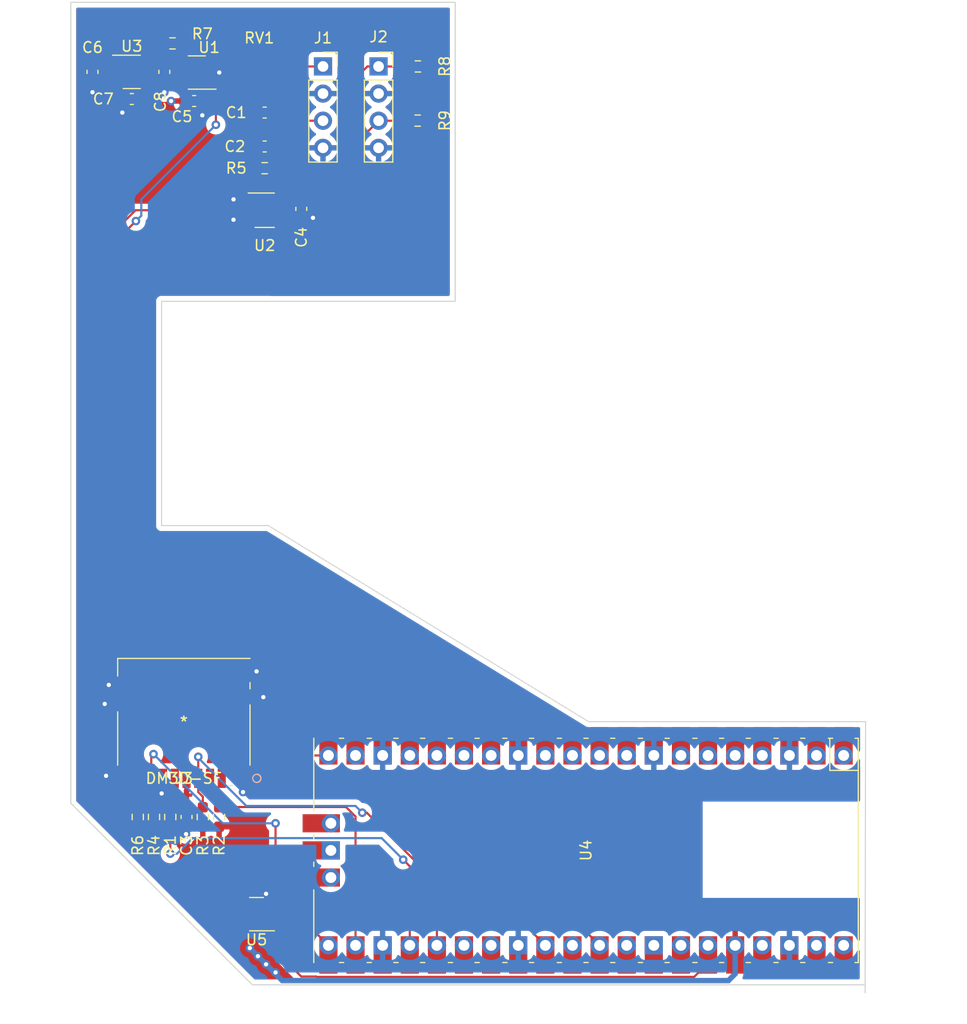
<source format=kicad_pcb>
(kicad_pcb (version 20211014) (generator pcbnew)
  (layers (0 "F.Cu" signal) (31 "B.Cu" signal) (34 "B.Paste" user) (35 "F.Paste" user) (36 "B.SilkS" user "B.Silkscreen") (37 "F.SilkS" user "F.Silkscreen") (38 "B.Mask" user) (39 "F.Mask" user) (44 "Edge.Cuts" user))
  (net 0 "")
  (net 1 "Net-(C1-Pad1)")
  (net 2 "/HANDSET_MIC_IN")
  (net 3 "Net-(C2-Pad1)")
  (net 4 "/HANDSET_SPEAKER_OUT")
  (net 5 "GND")
  (net 6 "+3V3")
  (net 7 "Net-(C7-Pad2)")
  (net 8 "+1V5")
  (net 9 "/HANG_UP")
  (net 10 "/DIAL")
  (net 12 "/SD_CSn")
  (net 13 "/SD_SDI")
  (net 14 "Net-(J3-Pad5)")
  (net 16 "/SD_SCK")
  (net 17 "Net-(R5-Pad2)")
  (net 18 "/HANDSET_ADC_IN")
  (net 19 "/HANDSET_PWM_OUT")
  (net 38 "/ADC_VREF")
  (net 41 "+5V")
  (net 45 "/SD_SDO")
  (footprint "MCU_RaspberryPi_and_Boards:RPi_Pico_SMD_TH" (layer "F.Cu") (at 95.758 137.414 -90)
    (fp_text reference "U4" (at 0 0 90) (layer "F.SilkS"))
    (fp_text value "Pico" hide)
    (pad "" np_thru_hole oval (at 2.425 -20.97 270) (size 1.5 1.5) (drill 1.5) (layers *.Cu *.Mask))
    (pad "" np_thru_hole oval (at -2.725 -24 270) (size 1.8 1.8) (drill 1.8) (layers *.Cu *.Mask))
    (pad "" np_thru_hole oval (at 2.725 -24 270) (size 1.8 1.8) (drill 1.8) (layers *.Cu *.Mask))
    (pad "" np_thru_hole oval (at -2.425 -20.97 270) (size 1.5 1.5) (drill 1.5) (layers *.Cu *.Mask))
    (pad "1" thru_hole oval (at -8.89 -24.13 270) (size 1.7 1.7) (drill 1.02) (layers *.Cu *.Mask))
    (pad "1" smd rect (at -8.89 -24.13 270) (size 3.5 1.7) (drill (offset -0.9 0)) (layers "F.Cu" "F.Mask"))
    (pad "2" thru_hole oval (at -8.89 -21.59 270) (size 1.7 1.7) (drill 1.02) (layers *.Cu *.Mask))
    (pad "2" smd rect (at -8.89 -21.59 270) (size 3.5 1.7) (drill (offset -0.9 0)) (layers "F.Cu" "F.Mask"))
    (pad "3" smd rect (at -8.89 -19.05 270) (size 3.5 1.7) (drill (offset -0.9 0)) (layers "F.Cu" "F.Mask") (net 5 "GND"))
    (pad "3" thru_hole rect (at -8.89 -19.05 270) (size 1.7 1.7) (drill 1.02) (layers *.Cu *.Mask) (net 5 "GND"))
    (pad "4" smd rect (at -8.89 -16.51 270) (size 3.5 1.7) (drill (offset -0.9 0)) (layers "F.Cu" "F.Mask"))
    (pad "4" thru_hole oval (at -8.89 -16.51 270) (size 1.7 1.7) (drill 1.02) (layers *.Cu *.Mask))
    (pad "5" thru_hole oval (at -8.89 -13.97 270) (size 1.7 1.7) (drill 1.02) (layers *.Cu *.Mask))
    (pad "5" smd rect (at -8.89 -13.97 270) (size 3.5 1.7) (drill (offset -0.9 0)) (layers "F.Cu" "F.Mask"))
    (pad "6" thru_hole oval (at -8.89 -11.43 270) (size 1.7 1.7) (drill 1.02) (layers *.Cu *.Mask))
    (pad "6" smd rect (at -8.89 -11.43 270) (size 3.5 1.7) (drill (offset -0.9 0)) (layers "F.Cu" "F.Mask"))
    (pad "7" smd rect (at -8.89 -8.89 270) (size 3.5 1.7) (drill (offset -0.9 0)) (layers "F.Cu" "F.Mask"))
    (pad "7" thru_hole oval (at -8.89 -8.89 270) (size 1.7 1.7) (drill 1.02) (layers *.Cu *.Mask))
    (pad "8" smd rect (at -8.89 -6.35 270) (size 3.5 1.7) (drill (offset -0.9 0)) (layers "F.Cu" "F.Mask") (net 5 "GND"))
    (pad "8" thru_hole rect (at -8.89 -6.35 270) (size 1.7 1.7) (drill 1.02) (layers *.Cu *.Mask) (net 5 "GND"))
    (pad "9" smd rect (at -8.89 -3.81 270) (size 3.5 1.7) (drill (offset -0.9 0)) (layers "F.Cu" "F.Mask"))
    (pad "9" thru_hole oval (at -8.89 -3.81 270) (size 1.7 1.7) (drill 1.02) (layers *.Cu *.Mask))
    (pad "10" smd rect (at -8.89 -1.27 270) (size 3.5 1.7) (drill (offset -0.9 0)) (layers "F.Cu" "F.Mask"))
    (pad "10" thru_hole oval (at -8.89 -1.27 270) (size 1.7 1.7) (drill 1.02) (layers *.Cu *.Mask))
    (pad "11" smd rect (at -8.89 1.27 270) (size 3.5 1.7) (drill (offset -0.9 0)) (layers "F.Cu" "F.Mask"))
    (pad "11" thru_hole oval (at -8.89 1.27 270) (size 1.7 1.7) (drill 1.02) (layers *.Cu *.Mask))
    (pad "12" thru_hole oval (at -8.89 3.81 270) (size 1.7 1.7) (drill 1.02) (layers *.Cu *.Mask))
    (pad "12" smd rect (at -8.89 3.81 270) (size 3.5 1.7) (drill (offset -0.9 0)) (layers "F.Cu" "F.Mask"))
    (pad "13" thru_hole rect (at -8.89 6.35 270) (size 1.7 1.7) (drill 1.02) (layers *.Cu *.Mask) (net 5 "GND"))
    (pad "13" smd rect (at -8.89 6.35 270) (size 3.5 1.7) (drill (offset -0.9 0)) (layers "F.Cu" "F.Mask") (net 5 "GND"))
    (pad "14" thru_hole oval (at -8.89 8.89 270) (size 1.7 1.7) (drill 1.02) (layers *.Cu *.Mask))
    (pad "14" smd rect (at -8.89 8.89 270) (size 3.5 1.7) (drill (offset -0.9 0)) (layers "F.Cu" "F.Mask"))
    (pad "15" smd rect (at -8.89 11.43 270) (size 3.5 1.7) (drill (offset -0.9 0)) (layers "F.Cu" "F.Mask"))
    (pad "15" thru_hole oval (at -8.89 11.43 270) (size 1.7 1.7) (drill 1.02) (layers *.Cu *.Mask))
    (pad "16" thru_hole oval (at -8.89 13.97 270) (size 1.7 1.7) (drill 1.02) (layers *.Cu *.Mask))
    (pad "16" smd rect (at -8.89 13.97 270) (size 3.5 1.7) (drill (offset -0.9 0)) (layers "F.Cu" "F.Mask"))
    (pad "17" thru_hole oval (at -8.89 16.51 270) (size 1.7 1.7) (drill 1.02) (layers *.Cu *.Mask))
    (pad "17" smd rect (at -8.89 16.51 270) (size 3.5 1.7) (drill (offset -0.9 0)) (layers "F.Cu" "F.Mask"))
    (pad "18" smd rect (at -8.89 19.05 270) (size 3.5 1.7) (drill (offset -0.9 0)) (layers "F.Cu" "F.Mask") (net 5 "GND"))
    (pad "18" thru_hole rect (at -8.89 19.05 270) (size 1.7 1.7) (drill 1.02) (layers *.Cu *.Mask) (net 5 "GND"))
    (pad "19" thru_hole oval (at -8.89 21.59 270) (size 1.7 1.7) (drill 1.02) (layers *.Cu *.Mask) (net 10 "/DIAL"))
    (pad "19" smd rect (at -8.89 21.59 270) (size 3.5 1.7) (drill (offset -0.9 0)) (layers "F.Cu" "F.Mask") (net 10 "/DIAL"))
    (pad "20" smd rect (at -8.89 24.13 270) (size 3.5 1.7) (drill (offset -0.9 0)) (layers "F.Cu" "F.Mask") (net 9 "/HANG_UP"))
    (pad "20" thru_hole oval (at -8.89 24.13 270) (size 1.7 1.7) (drill 1.02) (layers *.Cu *.Mask) (net 9 "/HANG_UP"))
    (pad "21" thru_hole oval (at 8.89 24.13 270) (size 1.7 1.7) (drill 1.02) (layers *.Cu *.Mask) (net 45 "/SD_SDO"))
    (pad "21" smd rect (at 8.89 24.13 270) (size 3.5 1.7) (drill (offset 0.9 0)) (layers "F.Cu" "F.Mask") (net 45 "/SD_SDO"))
    (pad "22" smd rect (at 8.89 21.59 270) (size 3.5 1.7) (drill (offset 0.9 0)) (layers "F.Cu" "F.Mask") (net 12 "/SD_CSn"))
    (pad "22" thru_hole oval (at 8.89 21.59 270) (size 1.7 1.7) (drill 1.02) (layers *.Cu *.Mask) (net 12 "/SD_CSn"))
    (pad "23" smd rect (at 8.89 19.05 270) (size 3.5 1.7) (drill (offset 0.9 0)) (layers "F.Cu" "F.Mask") (net 5 "GND"))
    (pad "23" thru_hole rect (at 8.89 19.05 270) (size 1.7 1.7) (drill 1.02) (layers *.Cu *.Mask) (net 5 "GND"))
    (pad "24" thru_hole oval (at 8.89 16.51 270) (size 1.7 1.7) (drill 1.02) (layers *.Cu *.Mask) (net 16 "/SD_SCK"))
    (pad "24" smd rect (at 8.89 16.51 270) (size 3.5 1.7) (drill (offset 0.9 0)) (layers "F.Cu" "F.Mask") (net 16 "/SD_SCK"))
    (pad "25" thru_hole oval (at 8.89 13.97 270) (size 1.7 1.7) (drill 1.02) (layers *.Cu *.Mask) (net 13 "/SD_SDI"))
    (pad "25" smd rect (at 8.89 13.97 270) (size 3.5 1.7) (drill (offset 0.9 0)) (layers "F.Cu" "F.Mask") (net 13 "/SD_SDI"))
    (pad "26" smd rect (at 8.89 11.43 270) (size 3.5 1.7) (drill (offset 0.9 0)) (layers "F.Cu" "F.Mask"))
    (pad "26" thru_hole oval (at 8.89 11.43 270) (size 1.7 1.7) (drill 1.02) (layers *.Cu *.Mask))
    (pad "27" thru_hole oval (at 8.89 8.89 270) (size 1.7 1.7) (drill 1.02) (layers *.Cu *.Mask))
    (pad "27" smd rect (at 8.89 8.89 270) (size 3.5 1.7) (drill (offset 0.9 0)) (layers "F.Cu" "F.Mask"))
    (pad "28" thru_hole rect (at 8.89 6.35 270) (size 1.7 1.7) (drill 1.02) (layers *.Cu *.Mask) (net 5 "GND"))
    (pad "28" smd rect (at 8.89 6.35 270) (size 3.5 1.7) (drill (offset 0.9 0)) (layers "F.Cu" "F.Mask") (net 5 "GND"))
    (pad "29" smd rect (at 8.89 3.81 270) (size 3.5 1.7) (drill (offset 0.9 0)) (layers "F.Cu" "F.Mask") (net 19 "/HANDSET_PWM_OUT"))
    (pad "29" thru_hole oval (at 8.89 3.81 270) (size 1.7 1.7) (drill 1.02) (layers *.Cu *.Mask) (net 19 "/HANDSET_PWM_OUT"))
    (pad "30" thru_hole oval (at 8.89 1.27 270) (size 1.7 1.7) (drill 1.02) (layers *.Cu *.Mask))
    (pad "30" smd rect (at 8.89 1.27 270) (size 3.5 1.7) (drill (offset 0.9 0)) (layers "F.Cu" "F.Mask"))
    (pad "31" thru_hole oval (at 8.89 -1.27 270) (size 1.7 1.7) (drill 1.02) (layers *.Cu *.Mask) (net 18 "/HANDSET_ADC_IN"))
    (pad "31" smd rect (at 8.89 -1.27 270) (size 3.5 1.7) (drill (offset 0.9 0)) (layers "F.Cu" "F.Mask") (net 18 "/HANDSET_ADC_IN"))
    (pad "32" smd rect (at 8.89 -3.81 270) (size 3.5 1.7) (drill (offset 0.9 0)) (layers "F.Cu" "F.Mask"))
    (pad "32" thru_hole oval (at 8.89 -3.81 270) (size 1.7 1.7) (drill 1.02) (layers *.Cu *.Mask))
    (pad "33" thru_hole rect (at 8.89 -6.35 270) (size 1.7 1.7) (drill 1.02) (layers *.Cu *.Mask))
    (pad "33" smd rect (at 8.89 -6.35 270) (size 3.5 1.7) (drill (offset 0.9 0)) (layers "F.Cu" "F.Mask"))
    (pad "34" smd rect (at 8.89 -8.89 270) (size 3.5 1.7) (drill (offset 0.9 0)) (layers "F.Cu" "F.Mask"))
    (pad "34" thru_hole oval (at 8.89 -8.89 270) (size 1.7 1.7) (drill 1.02) (layers *.Cu *.Mask))
    (pad "35" smd rect (at 8.89 -11.43 270) (size 3.5 1.7) (drill (offset 0.9 0)) (layers "F.Cu" "F.Mask") (net 38 "/ADC_VREF"))
    (pad "35" thru_hole oval (at 8.89 -11.43 270) (size 1.7 1.7) (drill 1.02) (layers *.Cu *.Mask) (net 38 "/ADC_VREF"))
    (pad "36" thru_hole oval (at 8.89 -13.97 270) (size 1.7 1.7) (drill 1.02) (layers *.Cu *.Mask) (net 6 "+3V3"))
    (pad "36" smd rect (at 8.89 -13.97 270) (size 3.5 1.7) (drill (offset 0.9 0)) (layers "F.Cu" "F.Mask") (net 6 "+3V3"))
    (pad "37" smd rect (at 8.89 -16.51 270) (size 3.5 1.7) (drill (offset 0.9 0)) (layers "F.Cu" "F.Mask"))
    (pad "37" thru_hole oval (at 8.89 -16.51 270) (size 1.7 1.7) (drill 1.02) (layers *.Cu *.Mask))
    (pad "38" thru_hole rect (at 8.89 -19.05 270) (size 1.7 1.7) (drill 1.02) (layers *.Cu *.Mask) (net 5 "GND"))
    (pad "38" smd rect (at 8.89 -19.05 270) (size 3.5 1.7) (drill (offset 0.9 0)) (layers "F.Cu" "F.Mask") (net 5 "GND"))
    (pad "39" smd rect (at 8.89 -21.59 270) (size 3.5 1.7) (drill (offset 0.9 0)) (layers "F.Cu" "F.Mask"))
    (pad "39" thru_hole oval (at 8.89 -21.59 270) (size 1.7 1.7) (drill 1.02) (layers *.Cu *.Mask))
    (pad "40" thru_hole oval (at 8.89 -24.13 270) (size 1.7 1.7) (drill 1.02) (layers *.Cu *.Mask) (net 41 "+5V"))
    (pad "40" smd rect (at 8.89 -24.13 270) (size 3.5 1.7) (drill (offset 0.9 0)) (layers "F.Cu" "F.Mask") (net 41 "+5V"))
    (pad "41" thru_hole oval (at -2.54 23.9 270) (size 1.7 1.7) (drill 1.02) (layers *.Cu *.Mask))
    (pad "41" smd rect (at -2.54 23.9) (size 3.5 1.7) (drill (offset -0.9 0)) (layers "F.Cu" "F.Mask"))
    (pad "42" smd rect (at 0 23.9) (size 3.5 1.7) (drill (offset -0.9 0)) (layers "F.Cu" "F.Mask"))
    (pad "42" thru_hole rect (at 0 23.9 270) (size 1.7 1.7) (drill 1.02) (layers *.Cu *.Mask))
    (pad "43" thru_hole oval (at 2.54 23.9 270) (size 1.7 1.7) (drill 1.02) (layers *.Cu *.Mask))
    (pad "43" smd rect (at 2.54 23.9) (size 3.5 1.7) (drill (offset -0.9 0)) (layers "F.Cu" "F.Mask"))
  )
  (footprint "Capacitor_SMD:C_0603_1608Metric_Pad1.08x0.95mm_HandSolder" (layer "F.Cu") (at 58.339289 134.285289 90)
    (fp_text reference "C3" (at -2.667 0 90) (layer "F.SilkS"))
    (fp_text value "0.1uF")
    (pad "1" smd roundrect (at -0.8625 0 90) (size 1.075 0.95) (layers "F.Cu" "F.Paste" "F.Mask") (net 5 "GND"))
    (pad "2" smd roundrect (at 0.8625 0 90) (size 1.075 0.95) (layers "F.Cu" "F.Paste" "F.Mask") (net 6 "+3V3"))
  )
  (footprint "Capacitor_SMD:C_0603_1608Metric_Pad1.08x0.95mm_HandSolder" (layer "F.Cu") (at 69.088 77.343 90)
    (fp_text reference "C4" (at -2.667 0 90) (layer "F.SilkS"))
    (fp_text value "100nF")
    (pad "1" smd roundrect (at -0.8625 0 90) (size 1.075 0.95) (layers "F.Cu" "F.Paste" "F.Mask") (net 5 "GND"))
    (pad "2" smd roundrect (at 0.8625 0 90) (size 1.075 0.95) (layers "F.Cu" "F.Paste" "F.Mask") (net 6 "+3V3"))
  )
  (footprint "Resistor_SMD:R_0603_1608Metric_Pad0.98x0.95mm_HandSolder" (layer "F.Cu") (at 61.387289 134.285289 90)
    (fp_text reference "R2" (at -2.667 0 270) (layer "F.SilkS"))
    (fp_text value "10kR")
    (pad "1" smd roundrect (at -0.9125 0 90) (size 0.975 0.95) (layers "F.Cu" "F.Paste" "F.Mask") (net 6 "+3V3"))
    (pad "2" smd roundrect (at 0.9125 0 90) (size 0.975 0.95) (layers "F.Cu" "F.Paste" "F.Mask") (net 12 "/SD_CSn"))
  )
  (footprint "Package_TO_SOT_SMD:SOT-23-5" (layer "F.Cu") (at 53.21025 64.516)
    (fp_text reference "U3" (at 0 -2.4) (layer "F.SilkS"))
    (fp_text value "LP2985-1.5")
    (pad "1" smd roundrect (at -1.1375 -0.95) (size 1.325 0.6) (layers "F.Cu" "F.Paste" "F.Mask") (net 6 "+3V3"))
    (pad "2" smd roundrect (at -1.1375 0) (size 1.325 0.6) (layers "F.Cu" "F.Paste" "F.Mask") (net 5 "GND"))
    (pad "3" smd roundrect (at -1.1375 0.95) (size 1.325 0.6) (layers "F.Cu" "F.Paste" "F.Mask") (net 6 "+3V3"))
    (pad "4" smd roundrect (at 1.1375 0.95) (size 1.325 0.6) (layers "F.Cu" "F.Paste" "F.Mask") (net 7 "Net-(C7-Pad2)"))
    (pad "5" smd roundrect (at 1.1375 -0.95) (size 1.325 0.6) (layers "F.Cu" "F.Paste" "F.Mask") (net 8 "+1V5"))
  )
  (footprint "Package_TO_SOT_SMD:SOT-23" (layer "F.Cu") (at 64.897 143.383 180)
    (fp_text reference "U5" (at 0 -2.4) (layer "F.SilkS"))
    (fp_text value "LM4040DBZ-3")
    (pad "1" smd roundrect (at -0.9375 -0.95 180) (size 1.475 0.6) (layers "F.Cu" "F.Paste" "F.Mask") (net 38 "/ADC_VREF"))
    (pad "2" smd roundrect (at -0.9375 0.95 180) (size 1.475 0.6) (layers "F.Cu" "F.Paste" "F.Mask") (net 5 "GND"))
    (pad "3" smd roundrect (at 0.9375 0 180) (size 1.475 0.6) (layers "F.Cu" "F.Paste" "F.Mask"))
  )
  (footprint "Capacitor_SMD:C_0603_1608Metric_Pad1.08x0.95mm_HandSolder" (layer "F.Cu") (at 65.659 71.501 180)
    (fp_text reference "C2" (at 2.794 0) (layer "F.SilkS"))
    (fp_text value "10nF")
    (pad "1" smd roundrect (at -0.8625 0 180) (size 1.075 0.95) (layers "F.Cu" "F.Paste" "F.Mask") (net 3 "Net-(C2-Pad1)"))
    (pad "2" smd roundrect (at 0.8625 0 180) (size 1.075 0.95) (layers "F.Cu" "F.Paste" "F.Mask") (net 4 "/HANDSET_SPEAKER_OUT"))
  )
  (footprint "Capacitor_SMD:C_0603_1608Metric_Pad1.08x0.95mm_HandSolder" (layer "F.Cu") (at 49.52725 64.516 90)
    (fp_text reference "C6" (at 2.286 0 180) (layer "F.SilkS"))
    (fp_text value "100nF")
    (pad "1" smd roundrect (at -0.8625 0 90) (size 1.075 0.95) (layers "F.Cu" "F.Paste" "F.Mask") (net 5 "GND"))
    (pad "2" smd roundrect (at 0.8625 0 90) (size 1.075 0.95) (layers "F.Cu" "F.Paste" "F.Mask") (net 6 "+3V3"))
  )
  (footprint "Resistor_SMD:R_0603_1608Metric_Pad0.98x0.95mm_HandSolder" (layer "F.Cu") (at 65.659 73.533)
    (fp_text reference "R5" (at -2.667 0) (layer "F.SilkS"))
    (fp_text value "200R")
    (pad "1" smd roundrect (at -0.9125 0) (size 0.975 0.95) (layers "F.Cu" "F.Paste" "F.Mask") (net 4 "/HANDSET_SPEAKER_OUT"))
    (pad "2" smd roundrect (at 0.9125 0) (size 0.975 0.95) (layers "F.Cu" "F.Paste" "F.Mask") (net 17 "Net-(R5-Pad2)"))
  )
  (footprint "Package_TO_SOT_SMD:SOT-23-5" (layer "F.Cu") (at 59.3035 64.577 180)
    (fp_text reference "U1" (at -1.1485 2.347) (layer "F.SilkS"))
    (fp_text value "OPA196xDBV")
    (pad "1" smd roundrect (at -1.1375 -0.95 180) (size 1.325 0.6) (layers "F.Cu" "F.Paste" "F.Mask") (net 18 "/HANDSET_ADC_IN"))
    (pad "2" smd roundrect (at -1.1375 0 180) (size 1.325 0.6) (layers "F.Cu" "F.Paste" "F.Mask") (net 5 "GND"))
    (pad "3" smd roundrect (at -1.1375 0.95 180) (size 1.325 0.6) (layers "F.Cu" "F.Paste" "F.Mask") (net 2 "/HANDSET_MIC_IN"))
    (pad "4" smd roundrect (at 1.1375 0.95 180) (size 1.325 0.6) (layers "F.Cu" "F.Paste" "F.Mask") (net 18 "/HANDSET_ADC_IN"))
    (pad "5" smd roundrect (at 1.1375 -0.95 180) (size 1.325 0.6) (layers "F.Cu" "F.Paste" "F.Mask") (net 6 "+3V3"))
  )
  (footprint "Resistor_SMD:R_0603_1608Metric_Pad0.98x0.95mm_HandSolder" (layer "F.Cu") (at 59.863289 134.285289 90)
    (fp_text reference "R3" (at -2.667 0 90) (layer "F.SilkS"))
    (fp_text value "10kR")
    (pad "1" smd roundrect (at -0.9125 0 90) (size 0.975 0.95) (layers "F.Cu" "F.Paste" "F.Mask") (net 6 "+3V3"))
    (pad "2" smd roundrect (at 0.9125 0 90) (size 0.975 0.95) (layers "F.Cu" "F.Paste" "F.Mask") (net 13 "/SD_SDI"))
  )
  (footprint "Resistor_SMD:R_0603_1608Metric_Pad0.98x0.95mm_HandSolder" (layer "F.Cu") (at 79.9865 69.078 180)
    (fp_text reference "R9" (at -2.54 0 90) (layer "F.SilkS"))
    (fp_text value "10kR")
    (pad "1" smd roundrect (at -0.9125 0 180) (size 0.975 0.95) (layers "F.Cu" "F.Paste" "F.Mask") (net 6 "+3V3"))
    (pad "2" smd roundrect (at 0.9125 0 180) (size 0.975 0.95) (layers "F.Cu" "F.Paste" "F.Mask") (net 10 "/DIAL"))
  )
  (footprint "MemoryPhone_footprints:DM3D-SF" (layer "F.Cu") (at 58.085289 125.395289)
    (fp_text reference "J3" (at 0 5.270701) (layer "F.SilkS"))
    (fp_text value "DM3D-SF" (at 0 5.270701) (layer "F.SilkS"))
    (fp_text user "*" (at 0 0) (layer "F.SilkS"))
    (pad "1" smd rect (at 3.550712 5.270701) (size 0.762 1.8034) (layers "F.Cu" "F.Paste" "F.Mask"))
    (pad "2" smd rect (at 2.450711 5.270701) (size 0.762 1.8034) (layers "F.Cu" "F.Paste" "F.Mask") (net 12 "/SD_CSn"))
    (pad "3" smd rect (at 1.350711 5.270701) (size 0.762 1.8034) (layers "F.Cu" "F.Paste" "F.Mask") (net 13 "/SD_SDI"))
    (pad "4" smd rect (at 0.250711 5.270701) (size 0.762 1.8034) (layers "F.Cu" "F.Paste" "F.Mask") (net 6 "+3V3"))
    (pad "5" smd rect (at -0.849287 5.270701) (size 0.762 1.8034) (layers "F.Cu" "F.Paste" "F.Mask") (net 14 "Net-(J3-Pad5)"))
    (pad "6" smd rect (at -1.949287 5.270701) (size 0.762 1.8034) (layers "F.Cu" "F.Paste" "F.Mask") (net 5 "GND"))
    (pad "7" smd rect (at -3.049288 5.270701) (size 0.762 1.8034) (layers "F.Cu" "F.Paste" "F.Mask") (net 45 "/SD_SDO"))
    (pad "8" smd rect (at -4.149288 5.270701) (size 0.762 1.8034) (layers "F.Cu" "F.Paste" "F.Mask"))
    (pad "9" smd rect (at -5.625 5.118301) (size 1.4986 1.4986) (layers "F.Cu" "F.Paste" "F.Mask") (net 5 "GND"))
    (pad "10" smd rect (at 5.625 5.118301) (size 1.4986 1.4986) (layers "F.Cu" "F.Paste" "F.Mask") (net 5 "GND"))
    (pad "11" smd rect (at -5.955208 -1.706298) (size 1.5494 0.8382) (layers "F.Cu" "F.Paste" "F.Mask") (net 5 "GND"))
    (pad "12" smd rect (at 5.955208 -2.356299) (size 1.5494 0.8382) (layers "F.Cu" "F.Paste" "F.Mask") (net 5 "GND"))
    (pad "13" smd rect (at -5.599684 -3.4603) (size 1.5494 1.0414) (layers "F.Cu" "F.Paste" "F.Mask") (net 5 "GND"))
    (pad "14" smd rect (at 5.554294 -4.781298) (size 1.0414 1.5494) (layers "F.Cu" "F.Paste" "F.Mask") (net 5 "GND"))
  )
  (footprint "MemoryPhone_footprints:TC33X-1" (layer "F.Cu") (at 65.151 64.516)
    (fp_text reference "RV1" (at 0 -3.175 unlocked) (layer "F.SilkS"))
    (fp_text value "TC33X-1-102E")
    (pad "1" smd roundrect (at -1.4 1.8) (size 1.2 1.2) (layers "F.Cu" "F.Paste" "F.Mask") (net 6 "+3V3"))
    (pad "2" smd roundrect (at 0 -1.45) (size 1.6 1.5) (layers "F.Cu" "F.Paste" "F.Mask") (net 6 "+3V3"))
    (pad "3" smd roundrect (at 1.4 1.8) (size 1.2 1.2) (layers "F.Cu" "F.Paste" "F.Mask") (net 1 "Net-(C1-Pad1)"))
  )
  (footprint "Resistor_SMD:R_0603_1608Metric_Pad0.98x0.95mm_HandSolder" (layer "F.Cu") (at 56.815289 134.285289 -90)
    (fp_text reference "R1" (at 2.667 0 90) (layer "F.SilkS"))
    (fp_text value "22R")
    (pad "1" smd roundrect (at -0.9125 0 270) (size 0.975 0.95) (layers "F.Cu" "F.Paste" "F.Mask") (net 14 "Net-(J3-Pad5)"))
    (pad "2" smd roundrect (at 0.9125 0 270) (size 0.975 0.95) (layers "F.Cu" "F.Paste" "F.Mask") (net 16 "/SD_SCK"))
  )
  (footprint "Resistor_SMD:R_0603_1608Metric_Pad0.98x0.95mm_HandSolder" (layer "F.Cu") (at 55.291289 134.285289 90)
    (fp_text reference "R4" (at -2.667 0 90) (layer "F.SilkS"))
    (fp_text value "10kR")
    (pad "1" smd roundrect (at -0.9125 0 90) (size 0.975 0.95) (layers "F.Cu" "F.Paste" "F.Mask") (net 6 "+3V3"))
    (pad "2" smd roundrect (at 0.9125 0 90) (size 0.975 0.95) (layers "F.Cu" "F.Paste" "F.Mask") (net 16 "/SD_SCK"))
  )
  (footprint "Capacitor_SMD:C_0603_1608Metric_Pad1.08x0.95mm_HandSolder" (layer "F.Cu") (at 56.25825 64.516 90)
    (fp_text reference "C8" (at -2.794 -0.37825 270) (layer "F.SilkS"))
    (fp_text value "2.2uF")
    (pad "1" smd roundrect (at -0.8625 0 90) (size 1.075 0.95) (layers "F.Cu" "F.Paste" "F.Mask") (net 5 "GND"))
    (pad "2" smd roundrect (at 0.8625 0 90) (size 1.075 0.95) (layers "F.Cu" "F.Paste" "F.Mask") (net 8 "+1V5"))
  )
  (footprint "Capacitor_SMD:C_0603_1608Metric_Pad1.08x0.95mm_HandSolder" (layer "F.Cu") (at 65.659 68.326 180)
    (fp_text reference "C1" (at 2.667 0) (layer "F.SilkS"))
    (fp_text value "10nF")
    (pad "1" smd roundrect (at -0.8625 0 180) (size 1.075 0.95) (layers "F.Cu" "F.Paste" "F.Mask") (net 1 "Net-(C1-Pad1)"))
    (pad "2" smd roundrect (at 0.8625 0 180) (size 1.075 0.95) (layers "F.Cu" "F.Paste" "F.Mask") (net 2 "/HANDSET_MIC_IN"))
  )
  (footprint "Capacitor_SMD:C_0603_1608Metric_Pad1.08x0.95mm_HandSolder" (layer "F.Cu") (at 53.21025 67.056)
    (fp_text reference "C7" (at -2.667 0) (layer "F.SilkS"))
    (fp_text value "10nF")
    (pad "1" smd roundrect (at -0.8625 0) (size 1.075 0.95) (layers "F.Cu" "F.Paste" "F.Mask") (net 5 "GND"))
    (pad "2" smd roundrect (at 0.8625 0) (size 1.075 0.95) (layers "F.Cu" "F.Paste" "F.Mask") (net 7 "Net-(C7-Pad2)"))
  )
  (footprint "Connector_PinSocket_2.54mm:PinSocket_1x04_P2.54mm_Vertical" (layer "F.Cu") (at 76.327 64.008)
    (fp_text reference "J2" (at 0 -2.77) (layer "F.SilkS"))
    (fp_text value "Conn_01x04")
    (pad "1" thru_hole rect (at 0 0) (size 1.7 1.7) (drill 1) (layers *.Cu *.Mask) (net 9 "/HANG_UP"))
    (pad "2" thru_hole oval (at 0 2.54) (size 1.7 1.7) (drill 1) (layers *.Cu *.Mask) (net 5 "GND"))
    (pad "3" thru_hole oval (at 0 5.08) (size 1.7 1.7) (drill 1) (layers *.Cu *.Mask) (net 10 "/DIAL"))
    (pad "4" thru_hole oval (at 0 7.62) (size 1.7 1.7) (drill 1) (layers *.Cu *.Mask) (net 5 "GND"))
  )
  (footprint "Package_TO_SOT_SMD:SOT-23-5_HandSoldering" (layer "F.Cu") (at 65.659 77.47)
    (fp_text reference "U2" (at 0 3.302) (layer "F.SilkS"))
    (fp_text value "SN74AHCT1G125DBVR")
    (pad "1" smd rect (at -1.35 -0.95) (size 1.56 0.65) (layers "F.Cu" "F.Paste" "F.Mask") (net 5 "GND"))
    (pad "2" smd rect (at -1.35 0) (size 1.56 0.65) (layers "F.Cu" "F.Paste" "F.Mask") (net 19 "/HANDSET_PWM_OUT"))
    (pad "3" smd rect (at -1.35 0.95) (size 1.56 0.65) (layers "F.Cu" "F.Paste" "F.Mask") (net 5 "GND"))
    (pad "4" smd rect (at 1.35 0.95) (size 1.56 0.65) (layers "F.Cu" "F.Paste" "F.Mask") (net 17 "Net-(R5-Pad2)"))
    (pad "5" smd rect (at 1.35 -0.95) (size 1.56 0.65) (layers "F.Cu" "F.Paste" "F.Mask") (net 6 "+3V3"))
  )
  (footprint "Capacitor_SMD:C_0603_1608Metric_Pad1.08x0.95mm_HandSolder" (layer "F.Cu") (at 59.0495 67.244 180)
    (fp_text reference "C5" (at 1.1375 -1.463) (layer "F.SilkS"))
    (fp_text value "100nF")
    (pad "1" smd roundrect (at -0.8625 0 180) (size 1.075 0.95) (layers "F.Cu" "F.Paste" "F.Mask") (net 5 "GND"))
    (pad "2" smd roundrect (at 0.8625 0 180) (size 1.075 0.95) (layers "F.Cu" "F.Paste" "F.Mask") (net 6 "+3V3"))
  )
  (footprint "Resistor_SMD:R_0603_1608Metric_Pad0.98x0.95mm_HandSolder" (layer "F.Cu") (at 57.023 61.849)
    (fp_text reference "R7" (at 2.794 -0.889) (layer "F.SilkS"))
    (fp_text value "1MR")
    (pad "1" smd roundrect (at -0.9125 0) (size 0.975 0.95) (layers "F.Cu" "F.Paste" "F.Mask") (net 8 "+1V5"))
    (pad "2" smd roundrect (at 0.9125 0) (size 0.975 0.95) (layers "F.Cu" "F.Paste" "F.Mask") (net 2 "/HANDSET_MIC_IN"))
  )
  (footprint "Connector_PinSocket_2.54mm:PinSocket_1x04_P2.54mm_Vertical" (layer "F.Cu") (at 71.12 64.008)
    (fp_text reference "J1" (at 0 -2.667) (layer "F.SilkS"))
    (fp_text value "Conn_01x04")
    (pad "1" thru_hole rect (at 0 0) (size 1.7 1.7) (drill 1) (layers *.Cu *.Mask) (net 1 "Net-(C1-Pad1)"))
    (pad "2" thru_hole oval (at 0 2.54) (size 1.7 1.7) (drill 1) (layers *.Cu *.Mask) (net 5 "GND"))
    (pad "3" thru_hole oval (at 0 5.08) (size 1.7 1.7) (drill 1) (layers *.Cu *.Mask) (net 3 "Net-(C2-Pad1)"))
    (pad "4" thru_hole oval (at 0 7.62) (size 1.7 1.7) (drill 1) (layers *.Cu *.Mask) (net 5 "GND"))
  )
  (footprint "Resistor_SMD:R_0603_1608Metric_Pad0.98x0.95mm_HandSolder" (layer "F.Cu") (at 53.767289 134.285289 90)
    (fp_text reference "R6" (at -2.667 0 90) (layer "F.SilkS"))
    (fp_text value "10kR")
    (pad "1" smd roundrect (at -0.9125 0 90) (size 0.975 0.95) (layers "F.Cu" "F.Paste" "F.Mask") (net 6 "+3V3"))
    (pad "2" smd roundrect (at 0.9125 0 90) (size 0.975 0.95) (layers "F.Cu" "F.Paste" "F.Mask") (net 45 "/SD_SDO"))
  )
  (footprint "Resistor_SMD:R_0603_1608Metric_Pad0.98x0.95mm_HandSolder" (layer "F.Cu") (at 80.01 64.008 180)
    (fp_text reference "R8" (at -2.515 0.01 90) (layer "F.SilkS"))
    (fp_text value "10kR")
    (pad "1" smd roundrect (at -0.9125 0 180) (size 0.975 0.95) (layers "F.Cu" "F.Paste" "F.Mask") (net 6 "+3V3"))
    (pad "2" smd roundrect (at 0.9125 0 180) (size 0.975 0.95) (layers "F.Cu" "F.Paste" "F.Mask") (net 9 "/HANG_UP"))
  )
  (gr_line (start 121.9 150.74) (end 121.94 125.35) (layer "Edge.Cuts") (width 0.1))
  (gr_line (start 83.5 58) (end 83.5 86) (layer "Edge.Cuts") (width 0.1))
  (gr_line (start 64.5 150) (end 96 150) (layer "Edge.Cuts") (width 0.1))
  (gr_line (start 47.5 133) (end 47.5 58) (layer "Edge.Cuts") (width 0.1))
  (gr_line (start 121.98 125.36) (end 96 125.36) (layer "Edge.Cuts") (width 0.1))
  (gr_line (start 56 107) (end 66 107) (layer "Edge.Cuts") (width 0.1))
  (gr_line (start 64.5 150) (end 47.5 133) (layer "Edge.Cuts") (width 0.1))
  (gr_line (start 66 107) (end 96 125.36) (layer "Edge.Cuts") (width 0.1))
  (gr_line (start 56 86) (end 83.5 86) (layer "Edge.Cuts") (width 0.1))
  (gr_line (start 56 107) (end 56 86) (layer "Edge.Cuts") (width 0.1))
  (gr_line (start 96 150) (end 121.9 150) (layer "Edge.Cuts") (width 0.1))
  (gr_line (start 47.5 58) (end 83.5 58) (layer "Edge.Cuts") (width 0.1))
  (segment (start 66.5215 66.3455) (end 66.551 66.316) (width 0.2) (layer "F.Cu") (net 1))
  (segment (start 66.551 66.316) (end 68.859 64.008) (width 0.2) (layer "F.Cu") (net 1))
  (segment (start 68.859 64.008) (end 71.12 64.008) (width 0.2) (layer "F.Cu") (net 1))
  (segment (start 66.551 66.316) (end 66.656 66.421) (width 0.2) (layer "F.Cu") (net 1))
  (segment (start 66.5215 68.326) (end 66.5215 66.3455) (width 0.2) (layer "F.Cu") (net 1))
  (segment (start 61.849 63.627) (end 61.849 63.373) (width 0.2) (layer "F.Cu") (net 2))
  (segment (start 62.101501 63.879501) (end 61.849 63.627) (width 0.2) (layer "F.Cu") (net 2))
  (segment (start 61.849 63.373) (end 61.849 62.357) (width 0.2) (layer "F.Cu") (net 2))
  (segment (start 61.849 62.357) (end 61.341 61.849) (width 0.2) (layer "F.Cu") (net 2))
  (segment (start 62.101501 67.308501) (end 62.101501 63.879501) (width 0.2) (layer "F.Cu") (net 2))
  (segment (start 60.441 63.627) (end 61.849 63.627) (width 0.2) (layer "F.Cu") (net 2))
  (segment (start 63.119 68.326) (end 62.101501 67.308501) (width 0.2) (layer "F.Cu") (net 2))
  (segment (start 61.341 61.849) (end 57.9355 61.849) (width 0.2) (layer "F.Cu") (net 2))
  (segment (start 64.7965 68.326) (end 63.119 68.326) (width 0.2) (layer "F.Cu") (net 2))
  (segment (start 66.5215 71.4005) (end 68.834 69.088) (width 0.2) (layer "F.Cu") (net 3))
  (segment (start 68.834 69.088) (end 71.12 69.088) (width 0.2) (layer "F.Cu") (net 3))
  (segment (start 66.5215 71.501) (end 66.5215 71.4005) (width 0.2) (layer "F.Cu") (net 3))
  (segment (start 64.7465 73.533) (end 64.7465 71.551) (width 0.2) (layer "F.Cu") (net 4))
  (segment (start 64.7465 71.551) (end 64.7965 71.501) (width 0.2) (layer "F.Cu") (net 4))
  (segment (start 49.52725 65.3785) (end 49.52725 66.41825) (width 0.2) (layer "F.Cu") (net 5))
  (segment (start 56.25825 66.41825) (end 56.261 66.421) (width 0.2) (layer "F.Cu") (net 5))
  (segment (start 64.309 78.42) (end 62.799 78.42) (width 0.2) (layer "F.Cu") (net 5))
  (segment (start 64.040497 123.03899) (end 65.50799 123.03899) (width 0.2) (layer "F.Cu") (net 5))
  (segment (start 56.136002 130.66599) (end 56.136002 131.950998) (width 0.2) (layer "F.Cu") (net 5))
  (segment (start 65.8345 142.433) (end 65.8345 141.5265) (width 0.508) (layer "F.Cu") (net 5))
  (segment (start 60.441 64.577) (end 61.402 64.577) (width 0.2) (layer "F.Cu") (net 5))
  (segment (start 50.682009 123.688991) (end 50.673 123.698) (width 0.2) (layer "F.Cu") (net 5))
  (segment (start 58.339289 135.147789) (end 58.339289 135.843711) (width 0.2) (layer "F.Cu") (net 5))
  (segment (start 56.136002 131.950998) (end 56.007 132.08) (width 0.2) (layer "F.Cu") (net 5))
  (segment (start 63.710289 130.51359) (end 63.710289 131.869711) (width 0.2) (layer "F.Cu") (net 5))
  (segment (start 59.912 68.485) (end 59.817 68.58) (width 0.2) (layer "F.Cu") (net 5))
  (segment (start 70.157256 78.2055) (end 70.180878 78.181878) (width 0.2) (layer "F.Cu") (net 5))
  (segment (start 65.8345 141.5265) (end 65.786 141.478) (width 0.508) (layer "F.Cu") (net 5))
  (segment (start 51.05125 64.516) (end 52.07275 64.516) (width 0.2) (layer "F.Cu") (net 5))
  (segment (start 65.50799 123.03899) (end 65.532 123.063) (width 0.2) (layer "F.Cu") (net 5))
  (segment (start 59.912 67.244) (end 59.912 68.485) (width 0.2) (layer "F.Cu") (net 5))
  (segment (start 63.639583 120.613991) (end 64.860991 120.613991) (width 0.2) (layer "F.Cu") (net 5))
  (segment (start 52.34775 68.30225) (end 52.324 68.326) (width 0.2) (layer "F.Cu") (net 5))
  (segment (start 49.52725 66.41825) (end 49.53 66.421) (width 0.2) (layer "F.Cu") (net 5))
  (segment (start 50.88459 130.51359) (end 50.8 130.429) (width 0.2) (layer "F.Cu") (net 5))
  (segment (start 52.130081 123.688991) (end 50.682009 123.688991) (width 0.2) (layer "F.Cu") (net 5))
  (segment (start 62.799 78.42) (end 62.738 78.359) (width 0.2) (layer "F.Cu") (net 5))
  (segment (start 64.309 76.52) (end 62.804 76.52) (width 0.2) (layer "F.Cu") (net 5))
  (segment (start 69.088 78.2055) (end 70.157256 78.2055) (width 0.2) (layer "F.Cu") (net 5))
  (segment (start 63.710289 131.869711) (end 63.627 131.953) (width 0.2) (layer "F.Cu") (net 5))
  (segment (start 52.460289 130.51359) (end 50.88459 130.51359) (width 0.2) (layer "F.Cu") (net 5))
  (segment (start 61.468 64.643) (end 61.402 64.577) (width 0.2) (layer "F.Cu") (net 5))
  (segment (start 50.18875 65.3785) (end 51.05125 64.516) (width 0.2) (layer "F.Cu") (net 5))
  (segment (start 64.860991 120.613991) (end 64.897 120.65) (width 0.2) (layer "F.Cu") (net 5))
  (segment (start 62.804 76.52) (end 62.738 76.454) (width 0.2) (layer "F.Cu") (net 5))
  (segment (start 51.068989 121.934989) (end 51.054 121.92) (width 0.2) (layer "F.Cu") (net 5))
  (segment (start 52.485605 121.934989) (end 51.068989 121.934989) (width 0.2) (layer "F.Cu") (net 5))
  (segment (start 49.52725 65.3785) (end 50.18875 65.3785) (width 0.2) (layer "F.Cu") (net 5))
  (segment (start 58.339289 135.843711) (end 58.293 135.89) (width 0.2) (layer "F.Cu") (net 5))
  (segment (start 56.25825 65.3785) (end 56.25825 66.41825) (width 0.2) (layer "F.Cu") (net 5))
  (segment (start 52.34775 67.056) (end 52.34775 68.30225) (width 0.2) (layer "F.Cu") (net 5))
  (via (at 50.673 123.698) (size 0.8) (drill 0.4) (layers "F.Cu" "B.Cu") (net 5))
  (via (at 65.532 123.063) (size 0.8) (drill 0.4) (layers "F.Cu" "B.Cu") (net 5))
  (via (at 59.817 68.58) (size 0.8) (drill 0.4) (layers "F.Cu" "B.Cu") (net 5))
  (via (at 65.786 141.478) (size 0.8) (drill 0.4) (layers "F.Cu" "B.Cu") (net 5))
  (via (at 51.054 121.92) (size 0.8) (drill 0.4) (layers "F.Cu" "B.Cu") (net 5))
  (via (at 58.293 135.89) (size 0.8) (drill 0.4) (layers "F.Cu" "B.Cu") (net 5))
  (via (at 62.738 78.359) (size 0.8) (drill 0.4) (layers "F.Cu" "B.Cu") (net 5))
  (via (at 62.738 76.454) (size 0.8) (drill 0.4) (layers "F.Cu" "B.Cu") (net 5))
  (via (at 70.180878 78.181878) (size 0.8) (drill 0.4) (layers "F.Cu" "B.Cu") (net 5))
  (via (at 56.007 132.08) (size 0.8) (drill 0.4) (layers "F.Cu" "B.Cu") (net 5))
  (via (at 52.324 68.326) (size 0.8) (drill 0.4) (layers "F.Cu" "B.Cu") (net 5))
  (via (at 64.897 120.65) (size 0.8) (drill 0.4) (layers "F.Cu" "B.Cu") (net 5))
  (via (at 63.627 131.953) (size 0.8) (drill 0.4) (layers "F.Cu" "B.Cu") (net 5))
  (via (at 49.53 66.421) (size 0.8) (drill 0.4) (layers "F.Cu" "B.Cu") (net 5))
  (via (at 61.402 64.577) (size 0.8) (drill 0.4) (layers "F.Cu" "B.Cu") (net 5))
  (via (at 50.8 130.429) (size 0.8) (drill 0.4) (layers "F.Cu" "B.Cu") (net 5))
  (via (at 56.261 66.421) (size 0.8) (drill 0.4) (layers "F.Cu" "B.Cu") (net 5))
  (segment (start 52.998245 63.566) (end 52.07275 63.566) (width 0.2) (layer "F.Cu") (net 6))
  (segment (start 50.51675 63.6535) (end 50.60425 63.566) (width 0.2) (layer "F.Cu") (net 6))
  (segment (start 69.0485 76.52) (end 69.088 76.4805) (width 0.2) (layer "F.Cu") (net 6))
  (segment (start 67.009 76.52) (end 69.0485 76.52) (width 0.2) (layer "F.Cu") (net 6))
  (segment (start 58.166 65.527) (end 58.166 67.223) (width 0.2) (layer "F.Cu") (net 6))
  (segment (start 58.339289 133.422789) (end 58.336 133.4195) (width 0.2) (layer "F.Cu") (net 6))
  (segment (start 49.52725 63.6535) (end 50.51675 63.6535) (width 0.2) (layer "F.Cu") (net 6))
  (segment (start 52.07275 65.466) (end 52.998245 65.466) (width 0.2) (layer "F.Cu") (net 6))
  (segment (start 52.998245 65.466) (end 53.658501 64.805744) (width 0.2) (layer "F.Cu") (net 6))
  (segment (start 58.187 67.244) (end 56.8905 67.244) (width 0.2) (layer "F.Cu") (net 6))
  (segment (start 53.658501 64.805744) (end 53.658501 64.226256) (width 0.2) (layer "F.Cu") (net 6))
  (segment (start 58.166 67.223) (end 58.187 67.244) (width 0.2) (layer "F.Cu") (net 6))
  (segment (start 53.658501 64.226256) (end 52.998245 63.566) (width 0.2) (layer "F.Cu") (net 6))
  (segment (start 50.60425 63.566) (end 52.07275 63.566) (width 0.2) (layer "F.Cu") (net 6))
  (segment (start 58.336 133.4195) (end 58.336 130.66599) (width 0.2) (layer "F.Cu") (net 6))
  (via (at 65.024 147.32) (size 0.8) (drill 0.4) (layers "F.Cu" "B.Cu") (net 6))
  (via (at 66.675 148.844) (size 0.8) (drill 0.4) (layers "F.Cu" "B.Cu") (net 6))
  (via (at 56.8905 67.244) (size 0.8) (drill 0.4) (layers "F.Cu" "B.Cu") (net 6))
  (via (at 64.262 146.558) (size 0.8) (drill 0.4) (layers "F.Cu" "B.Cu") (net 6))
  (via (at 65.786 148.082) (size 0.8) (drill 0.4) (layers "F.Cu" "B.Cu") (net 6))
  (segment (start 109.728 148.971) (end 109.093 149.606) (width 0.508) (layer "B.Cu") (net 6))
  (segment (start 67.31 149.606) (end 64.262 146.558) (width 0.508) (layer "B.Cu") (net 6))
  (segment (start 109.093 149.606) (end 67.31 149.606) (width 0.508) (layer "B.Cu") (net 6))
  (segment (start 109.728 146.304) (end 109.728 148.971) (width 0.508) (layer "B.Cu") (net 6))
  (segment (start 54.07275 65.741) (end 54.34775 65.466) (width 0.2) (layer "F.Cu") (net 7))
  (segment (start 54.07275 67.056) (end 54.07275 65.741) (width 0.2) (layer "F.Cu") (net 7))
  (segment (start 56.17075 63.566) (end 56.25825 63.6535) (width 0.2) (layer "F.Cu") (net 8))
  (segment (start 56.25825 63.6535) (end 56.25825 62.86225) (width 0.2) (layer "F.Cu") (net 8))
  (segment (start 54.34775 63.566) (end 56.17075 63.566) (width 0.2) (layer "F.Cu") (net 8))
  (segment (start 56.25825 62.86225) (end 56.1105 62.7145) (width 0.2) (layer "F.Cu") (net 8))
  (segment (start 56.1105 62.7145) (end 56.1105 61.849) (width 0.2) (layer "F.Cu") (net 8))
  (segment (start 52.451 83.775507) (end 52.451 117.094) (width 0.2) (layer "F.Cu") (net 9))
  (segment (start 75.277 64.008) (end 73.133489 66.151511) (width 0.2) (layer "F.Cu") (net 9))
  (segment (start 63.881 128.524) (end 71.628 128.524) (width 0.2) (layer "F.Cu") (net 9))
  (segment (start 71.64651 78.397484) (end 66.268487 83.775507) (width 0.2) (layer "F.Cu") (net 9))
  (segment (start 76.327 64.008) (end 75.277 64.008) (width 0.2) (layer "F.Cu") (net 9))
  (segment (start 73.133489 76.783504) (end 71.64651 78.270483) (width 0.2) (layer "F.Cu") (net 9))
  (segment (start 76.327 64.008) (end 79.0975 64.008) (width 0.2) (layer "F.Cu") (net 9))
  (segment (start 52.451 117.094) (end 63.881 128.524) (width 0.2) (layer "F.Cu") (net 9))
  (segment (start 71.64651 78.270483) (end 71.64651 78.397484) (width 0.2) (layer "F.Cu") (net 9))
  (segment (start 71.628 128.524) (end 71.628 126.707986) (width 0.2) (layer "F.Cu") (net 9))
  (segment (start 66.268487 83.775507) (end 52.451 83.775507) (width 0.2) (layer "F.Cu") (net 9))
  (segment (start 73.133489 66.151511) (end 73.133489 76.783504) (width 0.2) (layer "F.Cu") (net 9))
  (segment (start 52.959 84.918507) (end 52.959 116.967) (width 0.2) (layer "F.Cu") (net 10))
  (segment (start 79.064 69.088) (end 79.074 69.078) (width 0.2) (layer "F.Cu") (net 10))
  (segment (start 52.959 116.967) (end 63.881 127.889) (width 0.2) (layer "F.Cu") (net 10))
  (segment (start 70.767446 79.841541) (end 65.69048 84.918507) (width 0.2) (layer "F.Cu") (net 10))
  (segment (start 74.168 126.964978) (end 74.168 128.524) (width 0.2) (layer "F.Cu") (net 10))
  (segment (start 70.894444 79.841542) (end 70.767446 79.841541) (width 0.2) (layer "F.Cu") (net 10))
  (segment (start 65.69048 84.918507) (end 52.959 84.918507) (width 0.2) (layer "F.Cu") (net 10))
  (segment (start 68.326 127.889) (end 70.640511 125.574489) (width 0.2) (layer "F.Cu") (net 10))
  (segment (start 74.168 126.873) (end 74.168 128.524) (width 0.2) (layer "F.Cu") (net 10))
  (segment (start 73.533 77.202986) (end 70.894444 79.841542) (width 0.2) (layer "F.Cu") (net 10))
  (segment (start 63.881 127.889) (end 68.326 127.889) (width 0.2) (layer "F.Cu") (net 10))
  (segment (start 72.777511 125.574489) (end 74.168 126.964978) (width 0.2) (layer "F.Cu") (net 10))
  (segment (start 70.640511 125.574489) (end 72.777511 125.574489) (width 0.2) (layer "F.Cu") (net 10))
  (segment (start 76.327 69.088) (end 79.064 69.088) (width 0.2) (layer "F.Cu") (net 10))
  (segment (start 73.533 71.882) (end 73.533 77.202986) (width 0.2) (layer "F.Cu") (net 10))
  (segment (start 76.327 69.088) (end 73.533 71.882) (width 0.2) (layer "F.Cu") (net 10))
  (segment (start 74.168 134.242483) (end 73.275517 133.35) (width 0.2) (layer "F.Cu") (net 12))
  (segment (start 60.536 131.529) (end 61.387289 132.380289) (width 0.2) (layer "F.Cu") (net 12))
  (segment (start 61.387289 132.380289) (end 61.387289 133.372789) (width 0.2) (layer "F.Cu") (net 12))
  (segment (start 73.275517 133.35) (end 61.410078 133.35) (width 0.2) (layer "F.Cu") (net 12))
  (segment (start 60.536 130.66599) (end 60.536 131.529) (width 0.2) (layer "F.Cu") (net 12))
  (segment (start 74.168 146.304) (end 74.168 134.242483) (width 0.2) (layer "F.Cu") (net 12))
  (segment (start 61.410078 133.35) (end 61.387289 133.372789) (width 0.2) (layer "F.Cu") (net 12))
  (segment (start 75.223037 133.884025) (end 74.798787 133.884025) (width 0.2) (layer "F.Cu") (net 13))
  (segment (start 59.436 130.66599) (end 59.436 131.953) (width 0.2) (layer "F.Cu") (net 13))
  (segment (start 81.788 146.304) (end 81.788 140.448987) (width 0.2) (layer "F.Cu") (net 13))
  (segment (start 59.436 131.953) (end 59.863289 132.380289) (width 0.2) (layer "F.Cu") (net 13))
  (segment (start 59.436 128.651) (end 59.436 130.66599) (width 0.2) (layer "F.Cu") (net 13))
  (segment (start 81.788 140.448987) (end 75.223037 133.884025) (width 0.2) (layer "F.Cu") (net 13))
  (segment (start 59.863289 132.380289) (end 59.863289 133.372789) (width 0.2) (layer "F.Cu") (net 13))
  (via (at 74.798787 133.884025) (size 0.8) (drill 0.4) (layers "F.Cu" "B.Cu") (net 13))
  (via (at 59.436 128.651) (size 0.8) (drill 0.4) (layers "F.Cu" "B.Cu") (net 13))
  (segment (start 59.436 128.751245) (end 63.93378 133.249025) (width 0.2) (layer "B.Cu") (net 13))
  (segment (start 59.436 128.651) (end 59.436 128.751245) (width 0.2) (layer "B.Cu") (net 13))
  (segment (start 74.163787 133.249025) (end 74.798787 133.884025) (width 0.2) (layer "B.Cu") (net 13))
  (segment (start 63.93378 133.249025) (end 74.163787 133.249025) (width 0.2) (layer "B.Cu") (net 13))
  (segment (start 56.815289 132.761289) (end 57.236002 132.340576) (width 0.2) (layer "F.Cu") (net 14))
  (segment (start 56.815289 133.372789) (end 56.815289 132.761289) (width 0.2) (layer "F.Cu") (net 14))
  (segment (start 57.236002 132.340576) (end 57.236002 130.66599) (width 0.2) (layer "F.Cu") (net 14))
  (segment (start 79.248 146.304) (end 79.248 138.898232) (width 0.2) (layer "F.Cu") (net 16))
  (segment (start 79.248 146.304) (end 79.248 147.863022) (width 0.2) (layer "F.Cu") (net 16))
  (segment (start 56.815289 134.896789) (end 56.815289 135.197789) (width 0.2) (layer "F.Cu") (net 16))
  (segment (start 79.248 138.898232) (end 78.632884 138.283116) (width 0.2) (layer "F.Cu") (net 16))
  (segment (start 55.291289 133.372789) (end 56.815289 134.896789) (width 0.2) (layer "F.Cu") (net 16))
  (segment (start 56.815289 137.714289) (end 56.815289 135.197789) (width 0.2) (layer "F.Cu") (net 16))
  (via (at 78.632884 138.283116) (size 0.8) (drill 0.4) (layers "F.Cu" "B.Cu") (net 16))
  (via (at 56.815289 137.714289) (size 0.8) (drill 0.4) (layers "F.Cu" "B.Cu") (net 16))
  (segment (start 56.815289 137.714289) (end 57.457956 137.714289) (width 0.2) (layer "B.Cu") (net 16))
  (segment (start 57.457956 137.714289) (end 58.907756 136.264489) (width 0.2) (layer "B.Cu") (net 16))
  (segment (start 76.614257 136.264489) (end 78.632884 138.283116) (width 0.2) (layer "B.Cu") (net 16))
  (segment (start 58.907756 136.264489) (end 76.614257 136.264489) (width 0.2) (layer "B.Cu") (net 16))
  (segment (start 68.834 73.533) (end 66.5715 73.533) (width 0.2) (layer "F.Cu") (net 17))
  (segment (start 67.009 78.42) (end 67.63152 79.04252) (width 0.2) (layer "F.Cu") (net 17))
  (segment (start 67.63152 79.04252) (end 70.30948 79.04252) (width 0.2) (layer "F.Cu") (net 17))
  (segment (start 71.755 76.454) (end 68.834 73.533) (width 0.2) (layer "F.Cu") (net 17))
  (segment (start 66.5715 73.533) (end 66.548 73.5565) (width 0.2) (layer "F.Cu") (net 17))
  (segment (start 70.30948 79.04252) (end 71.755 77.597) (width 0.2) (layer "F.Cu") (net 17))
  (segment (start 66.554 78.42) (end 67.009 78.42) (width 0.2) (layer "F.Cu") (net 17))
  (segment (start 71.755 77.597) (end 71.755 76.454) (width 0.2) (layer "F.Cu") (net 17))
  (segment (start 97.028 146.304) (end 81.915 131.191) (width 0.2) (layer "F.Cu") (net 18))
  (segment (start 59.182 64.135) (end 58.674 63.627) (width 0.2) (layer "F.Cu") (net 18))
  (segment (start 58.674 63.627) (end 58.166 63.627) (width 0.2) (layer "F.Cu") (net 18))
  (segment (start 63.715516 128.92351) (end 63.481489 128.689482) (width 0.2) (layer "F.Cu") (net 18))
  (segment (start 51.816 83.394507) (end 51.816 80.264) (width 0.2) (layer "F.Cu") (net 18))
  (segment (start 51.816 80.264) (end 53.594 78.486) (width 0.2) (layer "F.Cu") (net 18))
  (segment (start 60.441 66.283) (end 60.441 65.527) (width 0.2) (layer "F.Cu") (net 18))
  (segment (start 52.114493 118.237) (end 51.816 117.938507) (width 0.2) (layer "F.Cu") (net 18))
  (segment (start 67.056 131.191) (end 64.788511 128.923511) (width 0.2) (layer "F.Cu") (net 18))
  (segment (start 81.915 131.191) (end 67.056 131.191) (width 0.2) (layer "F.Cu") (net 18))
  (segment (start 60.441 65.527) (end 59.685 65.527) (width 0.2) (layer "F.Cu") (net 18))
  (segment (start 61.087 69.469) (end 61.087 66.929) (width 0.2) (layer "F.Cu") (net 18))
  (segment (start 53.029006 118.237) (end 52.114493 118.237) (width 0.2) (layer "F.Cu") (net 18))
  (segment (start 63.481489 128.689482) (end 53.029006 118.237) (width 0.2) (layer "F.Cu") (net 18))
  (segment (start 61.087 66.929) (end 60.441 66.283) (width 0.2) (layer "F.Cu") (net 18))
  (segment (start 59.182 65.024) (end 59.182 64.135) (width 0.2) (layer "F.Cu") (net 18))
  (segment (start 51.816 117.938507) (end 51.816 83.394507) (width 0.2) (layer "F.Cu") (net 18))
  (segment (start 59.685 65.527) (end 59.182 65.024) (width 0.2) (layer "F.Cu") (net 18))
  (segment (start 64.788511 128.923511) (end 63.715516 128.92351) (width 0.2) (layer "F.Cu") (net 18))
  (via (at 53.594 78.486) (size 0.8) (drill 0.4) (layers "F.Cu" "B.Cu") (net 18))
  (via (at 61.087 69.469) (size 0.8) (drill 0.4) (layers "F.Cu" "B.Cu") (net 18))
  (segment (start 53.594 78.486) (end 54.102 77.978) (width 0.2) (layer "B.Cu") (net 18))
  (segment (start 61.087 69.469) (end 54.102 76.454) (width 0.2) (layer "B.Cu") (net 18))
  (segment (start 54.102 77.978) (end 54.102 76.454) (width 0.2) (layer "B.Cu") (net 18))
  (segment (start 51.054 79.97852) (end 53.56252 77.47) (width 0.2) (layer "F.Cu") (net 19))
  (segment (start 51.9305 118.618) (end 51.352493 118.618) (width 0.2) (layer "F.Cu") (net 19))
  (segment (start 91.948 146.304) (end 77.635484 131.991484) (width 0.2) (layer "F.Cu") (net 19))
  (segment (start 77.635484 131.991484) (end 67.234496 131.991484) (width 0.2) (layer "F.Cu") (net 19))
  (segment (start 64.566034 129.323022) (end 63.550034 129.323022) (width 0.2) (layer "F.Cu") (net 19))
  (segment (start 52.863523 118.636511) (end 51.949009 118.63651) (width 0.2) (layer "F.Cu") (net 19))
  (segment (start 67.234496 131.991484) (end 64.566034 129.323022) (width 0.2) (layer "F.Cu") (net 19))
  (segment (start 51.949009 118.63651) (end 51.9305 118.618) (width 0.2) (layer "F.Cu") (net 19))
  (segment (start 63.550034 129.323022) (end 52.863523 118.636511) (width 0.2) (layer "F.Cu") (net 19))
  (segment (start 51.054 118.319507) (end 51.054 79.97852) (width 0.2) (layer "F.Cu") (net 19))
  (segment (start 53.56252 77.47) (end 64.309 77.47) (width 0.2) (layer "F.Cu") (net 19))
  (segment (start 51.352493 118.618) (end 51.054 118.319507) (width 0.2) (layer "F.Cu") (net 19))
  (segment (start 107.188 147.955) (end 107.188 146.304) (width 0.2) (layer "F.Cu") (net 38))
  (segment (start 66.99 144.333) (end 67.437 144.78) (width 0.2) (layer "F.Cu") (net 38))
  (segment (start 105.889489 149.253511) (end 107.188 147.955) (width 0.2) (layer "F.Cu") (net 38))
  (segment (start 67.437 147.574) (end 69.088 149.225) (width 0.2) (layer "F.Cu") (net 38))
  (segment (start 65.8345 144.333) (end 66.99 144.333) (width 0.2) (layer "F.Cu") (net 38))
  (segment (start 70.507 149.253511) (end 105.889489 149.253511) (width 0.2) (layer "F.Cu") (net 38))
  (segment (start 69.088 149.225) (end 70.478489 149.225) (width 0.2) (layer "F.Cu") (net 38))
  (segment (start 67.437 144.78) (end 67.437 147.574) (width 0.2) (layer "F.Cu") (net 38))
  (segment (start 70.478489 149.225) (end 70.507 149.253511) (width 0.2) (layer "F.Cu") (net 38))
  (segment (start 55.036001 131.873577) (end 55.036001 130.66599) (width 0.2) (layer "F.Cu") (net 45))
  (segment (start 71.628 146.304) (end 66.675 141.351) (width 0.2) (layer "F.Cu") (net 45))
  (segment (start 53.767289 133.142289) (end 55.036001 131.873577) (width 0.2) (layer "F.Cu") (net 45))
  (segment (start 55.245 128.397) (end 55.036001 128.605999) (width 0.2) (layer "F.Cu") (net 45))
  (segment (start 53.767289 133.372789) (end 53.767289 133.142289) (width 0.2) (layer "F.Cu") (net 45))
  (segment (start 66.675 141.351) (end 66.675 134.874) (width 0.2) (layer "F.Cu") (net 45))
  (segment (start 55.036001 128.605999) (end 55.036001 130.66599) (width 0.2) (layer "F.Cu") (net 45))
  (via (at 66.675 134.874) (size 0.8) (drill 0.4) (layers "F.Cu" "B.Cu") (net 45))
  (via (at 55.245 128.397) (size 0.8) (drill 0.4) (layers "F.Cu" "B.Cu") (net 45))
  (segment (start 61.722 134.874) (end 55.245 128.397) (width 0.2) (layer "B.Cu") (net 45))
  (segment (start 66.675 134.874) (end 61.722 134.874) (width 0.2) (layer "B.Cu") (net 45))
  (zone (net 6) (net_name "+3V3") (layer "F.Cu") (connect_pads (clearance 0.508)) (min_thickness 0.254) (fill yes (thermal_gap 0.508) (thermal_bridge_width 0.508))
    (polygon (pts (xy 131.445 153.67) (xy 45.72 153.67) (xy 46.99 57.785) (xy 131.445 57.785)))
  )
  (zone (net 0) (net_name "") (layers F&B.Cu) (connect_pads (clearance 0)) (min_thickness 0.254)
    (keepout (tracks not_allowed) (vias not_allowed) (pads not_allowed) (copperpour not_allowed) (footprints allowed))
    (fill (thermal_gap 0.508) (thermal_bridge_width 0.508))
    (polygon (pts (xy 121.412 141.859) (xy 106.68 141.859) (xy 106.68 132.842) (xy 121.412 132.842)))
  )
  (zone (net 5) (net_name "GND") (layer "B.Cu") (connect_pads (clearance 0.508)) (min_thickness 0.254) (fill yes (thermal_gap 0.508) (thermal_bridge_width 0.508))
    (polygon (pts (xy 131.445 153.67) (xy 45.72 153.67) (xy 46.99 57.785) (xy 131.445 57.785)))
  )
)
</source>
